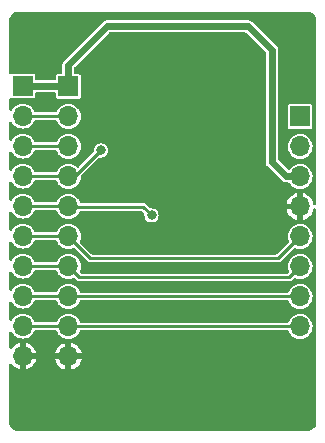
<source format=gbl>
G04 #@! TF.GenerationSoftware,KiCad,Pcbnew,8.0.3*
G04 #@! TF.CreationDate,2024-07-18T13:22:42+02:00*
G04 #@! TF.ProjectId,vpp-maker-rev6-ian,7670702d-6d61-46b6-9572-2d726576362d,rev?*
G04 #@! TF.SameCoordinates,Original*
G04 #@! TF.FileFunction,Copper,L2,Bot*
G04 #@! TF.FilePolarity,Positive*
%FSLAX46Y46*%
G04 Gerber Fmt 4.6, Leading zero omitted, Abs format (unit mm)*
G04 Created by KiCad (PCBNEW 8.0.3) date 2024-07-18 13:22:42*
%MOMM*%
%LPD*%
G01*
G04 APERTURE LIST*
G04 #@! TA.AperFunction,ComponentPad*
%ADD10R,1.700000X1.700000*%
G04 #@! TD*
G04 #@! TA.AperFunction,ComponentPad*
%ADD11O,1.700000X1.700000*%
G04 #@! TD*
G04 #@! TA.AperFunction,ViaPad*
%ADD12C,0.800000*%
G04 #@! TD*
G04 #@! TA.AperFunction,Conductor*
%ADD13C,0.609600*%
G04 #@! TD*
G04 #@! TA.AperFunction,Conductor*
%ADD14C,0.250000*%
G04 #@! TD*
G04 APERTURE END LIST*
D10*
X138400000Y-75550000D03*
D11*
X138400000Y-78090000D03*
X138400000Y-80630000D03*
X138400000Y-83170000D03*
X138400000Y-85710000D03*
X138400000Y-88250000D03*
X138400000Y-90790000D03*
X138400000Y-93330000D03*
X138400000Y-95870000D03*
X138400000Y-98410000D03*
D10*
X142250000Y-75575000D03*
D11*
X142250000Y-78115000D03*
X142250000Y-80655000D03*
X142250000Y-83195000D03*
X142250000Y-85735000D03*
X142250000Y-88275000D03*
X142250000Y-90815000D03*
X142250000Y-93355000D03*
X142250000Y-95895000D03*
X142250000Y-98435000D03*
D10*
X161875000Y-78125000D03*
D11*
X161875000Y-80665000D03*
X161875000Y-83205000D03*
X161875000Y-85745000D03*
X161875000Y-88285000D03*
X161875000Y-90825000D03*
X161875000Y-93365000D03*
X161875000Y-95905000D03*
D12*
X158000000Y-85000000D03*
X147802879Y-89107323D03*
X158000000Y-87500000D03*
X142500000Y-100500000D03*
X144500000Y-92500000D03*
X148487999Y-98378086D03*
X144500000Y-85000000D03*
X145000000Y-83500000D03*
X155000000Y-76500000D03*
X147211033Y-82234280D03*
X155000000Y-85000000D03*
X139750000Y-102750000D03*
X157852521Y-98206260D03*
X157809565Y-96874608D03*
X138500000Y-100500000D03*
X160500000Y-102000000D03*
X156048347Y-96831652D03*
X155000000Y-82000000D03*
X145000000Y-87500000D03*
X144500000Y-98500000D03*
X150652734Y-98427246D03*
X146500000Y-72000000D03*
X143589797Y-78970067D03*
X151500000Y-92500000D03*
X146000000Y-83500000D03*
X144500000Y-94750000D03*
X147149276Y-79643619D03*
X158000000Y-82000000D03*
X147257739Y-85041391D03*
X155000000Y-87500000D03*
X144500000Y-89000000D03*
X145779149Y-89088231D03*
X149300000Y-86500000D03*
X145000000Y-81000000D03*
D13*
X142225000Y-75550000D02*
X142250000Y-75575000D01*
X159500000Y-82000000D02*
X160705000Y-83205000D01*
X142250000Y-73750000D02*
X145500000Y-70500000D01*
X159500000Y-72500000D02*
X159500000Y-82000000D01*
X157500000Y-70500000D02*
X159500000Y-72500000D01*
X145500000Y-70500000D02*
X157500000Y-70500000D01*
X142250000Y-75575000D02*
X142250000Y-73750000D01*
X138400000Y-75550000D02*
X142225000Y-75550000D01*
X160705000Y-83205000D02*
X161875000Y-83205000D01*
D14*
X160022500Y-90137500D02*
X161875000Y-88285000D01*
X138400000Y-88250000D02*
X142225000Y-88250000D01*
X142250000Y-88275000D02*
X144112500Y-90137500D01*
X144112500Y-90137500D02*
X160022500Y-90137500D01*
X142225000Y-88250000D02*
X142250000Y-88275000D01*
X142250000Y-90815000D02*
X143185000Y-91750000D01*
X160950000Y-91750000D02*
X161875000Y-90825000D01*
X142225000Y-90790000D02*
X142250000Y-90815000D01*
X138400000Y-90790000D02*
X142225000Y-90790000D01*
X143185000Y-91750000D02*
X160950000Y-91750000D01*
X161865000Y-93355000D02*
X161875000Y-93365000D01*
X142225000Y-93330000D02*
X142250000Y-93355000D01*
X142250000Y-93355000D02*
X161865000Y-93355000D01*
X138400000Y-93330000D02*
X142225000Y-93330000D01*
X142250000Y-95895000D02*
X161865000Y-95895000D01*
X142225000Y-95870000D02*
X142250000Y-95895000D01*
X161865000Y-95895000D02*
X161875000Y-95905000D01*
X138400000Y-95870000D02*
X142225000Y-95870000D01*
X142225000Y-80630000D02*
X142250000Y-80655000D01*
X138400000Y-80630000D02*
X142225000Y-80630000D01*
X138400000Y-78090000D02*
X142225000Y-78090000D01*
X142225000Y-78090000D02*
X142250000Y-78115000D01*
X142225000Y-85710000D02*
X142250000Y-85735000D01*
X142281391Y-85766391D02*
X148566391Y-85766391D01*
X138400000Y-85710000D02*
X142225000Y-85710000D01*
X148566391Y-85766391D02*
X149300000Y-86500000D01*
X142250000Y-85735000D02*
X142281391Y-85766391D01*
X142805000Y-83195000D02*
X145000000Y-81000000D01*
X142250000Y-83195000D02*
X142805000Y-83195000D01*
X138400000Y-83170000D02*
X142225000Y-83170000D01*
X142225000Y-83170000D02*
X142250000Y-83195000D01*
G04 #@! TA.AperFunction,Conductor*
G36*
X162506061Y-69251097D02*
G01*
X162516635Y-69252138D01*
X162634069Y-69263704D01*
X162657897Y-69268443D01*
X162775140Y-69304008D01*
X162797589Y-69313308D01*
X162856123Y-69344595D01*
X162905630Y-69371057D01*
X162925840Y-69384561D01*
X163020535Y-69462274D01*
X163037725Y-69479464D01*
X163115438Y-69574159D01*
X163128942Y-69594369D01*
X163186690Y-69702407D01*
X163195993Y-69724865D01*
X163231554Y-69842093D01*
X163236296Y-69865935D01*
X163248903Y-69993938D01*
X163249500Y-70006092D01*
X163249500Y-85484691D01*
X163229815Y-85551730D01*
X163177011Y-85597485D01*
X163107853Y-85607429D01*
X163044297Y-85578404D01*
X163006523Y-85519626D01*
X163006234Y-85518625D01*
X162951941Y-85327803D01*
X162951933Y-85327783D01*
X162856940Y-85137010D01*
X162728499Y-84966928D01*
X162570999Y-84823348D01*
X162570997Y-84823346D01*
X162389798Y-84711153D01*
X162389789Y-84711149D01*
X162191063Y-84634163D01*
X162191058Y-84634162D01*
X162125000Y-84621813D01*
X162125000Y-85311988D01*
X162067993Y-85279075D01*
X161940826Y-85245000D01*
X161809174Y-85245000D01*
X161682007Y-85279075D01*
X161625000Y-85311988D01*
X161625000Y-84621813D01*
X161558941Y-84634162D01*
X161558936Y-84634163D01*
X161360210Y-84711149D01*
X161360201Y-84711153D01*
X161179002Y-84823346D01*
X161179000Y-84823348D01*
X161021500Y-84966928D01*
X160893061Y-85137008D01*
X160798067Y-85327781D01*
X160798062Y-85327794D01*
X160750487Y-85494999D01*
X160750488Y-85495000D01*
X161441988Y-85495000D01*
X161409075Y-85552007D01*
X161375000Y-85679174D01*
X161375000Y-85810826D01*
X161409075Y-85937993D01*
X161441988Y-85995000D01*
X160750488Y-85995000D01*
X160798062Y-86162205D01*
X160798067Y-86162218D01*
X160893061Y-86352991D01*
X161021500Y-86523071D01*
X161179000Y-86666651D01*
X161179002Y-86666653D01*
X161360201Y-86778846D01*
X161360207Y-86778849D01*
X161558941Y-86855838D01*
X161625000Y-86868186D01*
X161625000Y-86178012D01*
X161682007Y-86210925D01*
X161809174Y-86245000D01*
X161940826Y-86245000D01*
X162067993Y-86210925D01*
X162125000Y-86178012D01*
X162125000Y-86868185D01*
X162191058Y-86855838D01*
X162389792Y-86778849D01*
X162389798Y-86778846D01*
X162570997Y-86666653D01*
X162570999Y-86666651D01*
X162728499Y-86523071D01*
X162856940Y-86352989D01*
X162951933Y-86162216D01*
X162951937Y-86162206D01*
X163006233Y-85971374D01*
X163043513Y-85912281D01*
X163106822Y-85882723D01*
X163176062Y-85892085D01*
X163229248Y-85937394D01*
X163249496Y-86004266D01*
X163249500Y-86005308D01*
X163249500Y-103993907D01*
X163248903Y-104006061D01*
X163236296Y-104134064D01*
X163231554Y-104157906D01*
X163195993Y-104275134D01*
X163186690Y-104297592D01*
X163128942Y-104405630D01*
X163115438Y-104425840D01*
X163037725Y-104520535D01*
X163020535Y-104537725D01*
X162925840Y-104615438D01*
X162905630Y-104628942D01*
X162797592Y-104686690D01*
X162775134Y-104695993D01*
X162657906Y-104731554D01*
X162634064Y-104736296D01*
X162506062Y-104748903D01*
X162493908Y-104749500D01*
X138006092Y-104749500D01*
X137993938Y-104748903D01*
X137865935Y-104736296D01*
X137842095Y-104731554D01*
X137724864Y-104695992D01*
X137702407Y-104686690D01*
X137594369Y-104628942D01*
X137574159Y-104615438D01*
X137479464Y-104537725D01*
X137462274Y-104520535D01*
X137384561Y-104425840D01*
X137371057Y-104405630D01*
X137313309Y-104297592D01*
X137304008Y-104275140D01*
X137268443Y-104157897D01*
X137263704Y-104134069D01*
X137251097Y-104006060D01*
X137250500Y-103993907D01*
X137250500Y-99166069D01*
X137270185Y-99099030D01*
X137322989Y-99053275D01*
X137392147Y-99043331D01*
X137455703Y-99072356D01*
X137473454Y-99091342D01*
X137546500Y-99188071D01*
X137704000Y-99331651D01*
X137704002Y-99331653D01*
X137885201Y-99443846D01*
X137885207Y-99443849D01*
X138083941Y-99520838D01*
X138150000Y-99533186D01*
X138150000Y-98843012D01*
X138207007Y-98875925D01*
X138334174Y-98910000D01*
X138465826Y-98910000D01*
X138592993Y-98875925D01*
X138650000Y-98843012D01*
X138650000Y-99533185D01*
X138716058Y-99520838D01*
X138914792Y-99443849D01*
X138914798Y-99443846D01*
X139095997Y-99331653D01*
X139095999Y-99331651D01*
X139253499Y-99188071D01*
X139381938Y-99017991D01*
X139476932Y-98827218D01*
X139476937Y-98827205D01*
X139524512Y-98660000D01*
X138833012Y-98660000D01*
X138865925Y-98602993D01*
X138900000Y-98475826D01*
X138900000Y-98344174D01*
X138865925Y-98217007D01*
X138847445Y-98184999D01*
X141125487Y-98184999D01*
X141125488Y-98185000D01*
X141816988Y-98185000D01*
X141784075Y-98242007D01*
X141750000Y-98369174D01*
X141750000Y-98500826D01*
X141784075Y-98627993D01*
X141816988Y-98685000D01*
X141125488Y-98685000D01*
X141173062Y-98852205D01*
X141173067Y-98852218D01*
X141268061Y-99042991D01*
X141396500Y-99213071D01*
X141554000Y-99356651D01*
X141554002Y-99356653D01*
X141735201Y-99468846D01*
X141735207Y-99468849D01*
X141933941Y-99545838D01*
X142000000Y-99558186D01*
X142000000Y-98868012D01*
X142057007Y-98900925D01*
X142184174Y-98935000D01*
X142315826Y-98935000D01*
X142442993Y-98900925D01*
X142500000Y-98868012D01*
X142500000Y-99558185D01*
X142566058Y-99545838D01*
X142764792Y-99468849D01*
X142764798Y-99468846D01*
X142945997Y-99356653D01*
X142945999Y-99356651D01*
X143103499Y-99213071D01*
X143231938Y-99042991D01*
X143326932Y-98852218D01*
X143326937Y-98852205D01*
X143374512Y-98685000D01*
X142683012Y-98685000D01*
X142715925Y-98627993D01*
X142750000Y-98500826D01*
X142750000Y-98369174D01*
X142715925Y-98242007D01*
X142683012Y-98185000D01*
X143374512Y-98185000D01*
X143374512Y-98184999D01*
X143326937Y-98017794D01*
X143326932Y-98017781D01*
X143231938Y-97827008D01*
X143103499Y-97656928D01*
X142945999Y-97513348D01*
X142945997Y-97513346D01*
X142764798Y-97401153D01*
X142764789Y-97401149D01*
X142566063Y-97324163D01*
X142566058Y-97324162D01*
X142500000Y-97311813D01*
X142500000Y-98001988D01*
X142442993Y-97969075D01*
X142315826Y-97935000D01*
X142184174Y-97935000D01*
X142057007Y-97969075D01*
X142000000Y-98001988D01*
X142000000Y-97311813D01*
X141933941Y-97324162D01*
X141933936Y-97324163D01*
X141735210Y-97401149D01*
X141735201Y-97401153D01*
X141554002Y-97513346D01*
X141554000Y-97513348D01*
X141396500Y-97656928D01*
X141268061Y-97827008D01*
X141173067Y-98017781D01*
X141173062Y-98017794D01*
X141125487Y-98184999D01*
X138847445Y-98184999D01*
X138833012Y-98160000D01*
X139524512Y-98160000D01*
X139524512Y-98159999D01*
X139476937Y-97992794D01*
X139476932Y-97992781D01*
X139381938Y-97802008D01*
X139253499Y-97631928D01*
X139095999Y-97488348D01*
X139095997Y-97488346D01*
X138914798Y-97376153D01*
X138914789Y-97376149D01*
X138716063Y-97299163D01*
X138716058Y-97299162D01*
X138650000Y-97286813D01*
X138650000Y-97976988D01*
X138592993Y-97944075D01*
X138465826Y-97910000D01*
X138334174Y-97910000D01*
X138207007Y-97944075D01*
X138150000Y-97976988D01*
X138150000Y-97286813D01*
X138083941Y-97299162D01*
X138083936Y-97299163D01*
X137885210Y-97376149D01*
X137885201Y-97376153D01*
X137704002Y-97488346D01*
X137704000Y-97488348D01*
X137546500Y-97631928D01*
X137473454Y-97728657D01*
X137417344Y-97770293D01*
X137347632Y-97774984D01*
X137286451Y-97741242D01*
X137253224Y-97679778D01*
X137250500Y-97653930D01*
X137250500Y-96442956D01*
X137270185Y-96375917D01*
X137322989Y-96330162D01*
X137392147Y-96320218D01*
X137455703Y-96349243D01*
X137483856Y-96384500D01*
X137522315Y-96456450D01*
X137551039Y-96491450D01*
X137653589Y-96616410D01*
X137750209Y-96695702D01*
X137813550Y-96747685D01*
X137996046Y-96845232D01*
X138194066Y-96905300D01*
X138194065Y-96905300D01*
X138212529Y-96907118D01*
X138400000Y-96925583D01*
X138605934Y-96905300D01*
X138803954Y-96845232D01*
X138986450Y-96747685D01*
X139146410Y-96616410D01*
X139277685Y-96456450D01*
X139375232Y-96273954D01*
X139375234Y-96273945D01*
X139376021Y-96272049D01*
X139376701Y-96271203D01*
X139378104Y-96268581D01*
X139378601Y-96268846D01*
X139419862Y-96217645D01*
X139486156Y-96195579D01*
X139490583Y-96195500D01*
X141151421Y-96195500D01*
X141218460Y-96215185D01*
X141264215Y-96267989D01*
X141270081Y-96283503D01*
X141274768Y-96298954D01*
X141372315Y-96481450D01*
X141406969Y-96523677D01*
X141503589Y-96641410D01*
X141600209Y-96720702D01*
X141663550Y-96772685D01*
X141846046Y-96870232D01*
X142044066Y-96930300D01*
X142044065Y-96930300D01*
X142062529Y-96932118D01*
X142250000Y-96950583D01*
X142455934Y-96930300D01*
X142653954Y-96870232D01*
X142836450Y-96772685D01*
X142996410Y-96641410D01*
X143127685Y-96481450D01*
X143225232Y-96298954D01*
X143225234Y-96298945D01*
X143226021Y-96297049D01*
X143226701Y-96296203D01*
X143228104Y-96293581D01*
X143228601Y-96293846D01*
X143269862Y-96242645D01*
X143336156Y-96220579D01*
X143340583Y-96220500D01*
X160780971Y-96220500D01*
X160848010Y-96240185D01*
X160893765Y-96292989D01*
X160899630Y-96308500D01*
X160899767Y-96308953D01*
X160911104Y-96330162D01*
X160997315Y-96491450D01*
X160997317Y-96491452D01*
X161128589Y-96651410D01*
X161225209Y-96730702D01*
X161288550Y-96782685D01*
X161471046Y-96880232D01*
X161669066Y-96940300D01*
X161669065Y-96940300D01*
X161687529Y-96942118D01*
X161875000Y-96960583D01*
X162080934Y-96940300D01*
X162278954Y-96880232D01*
X162461450Y-96782685D01*
X162621410Y-96651410D01*
X162752685Y-96491450D01*
X162850232Y-96308954D01*
X162910300Y-96110934D01*
X162930583Y-95905000D01*
X162910300Y-95699066D01*
X162850232Y-95501046D01*
X162752685Y-95318550D01*
X162700702Y-95255209D01*
X162621410Y-95158589D01*
X162461452Y-95027317D01*
X162461453Y-95027317D01*
X162461450Y-95027315D01*
X162278954Y-94929768D01*
X162080934Y-94869700D01*
X162080932Y-94869699D01*
X162080934Y-94869699D01*
X161875000Y-94849417D01*
X161669067Y-94869699D01*
X161471043Y-94929769D01*
X161360898Y-94988643D01*
X161288550Y-95027315D01*
X161288548Y-95027316D01*
X161288547Y-95027317D01*
X161128589Y-95158589D01*
X160997317Y-95318547D01*
X160997315Y-95318550D01*
X160904095Y-95492951D01*
X160898214Y-95503954D01*
X160849251Y-95553798D01*
X160788856Y-95569500D01*
X143340583Y-95569500D01*
X143273544Y-95549815D01*
X143227789Y-95497011D01*
X143226021Y-95492951D01*
X143225233Y-95491051D01*
X143225232Y-95491046D01*
X143127685Y-95308550D01*
X143004617Y-95158590D01*
X142996410Y-95148589D01*
X142878677Y-95051969D01*
X142836450Y-95017315D01*
X142653954Y-94919768D01*
X142455934Y-94859700D01*
X142455932Y-94859699D01*
X142455934Y-94859699D01*
X142250000Y-94839417D01*
X142044067Y-94859699D01*
X141846043Y-94919769D01*
X141735898Y-94978643D01*
X141663550Y-95017315D01*
X141663548Y-95017316D01*
X141663547Y-95017317D01*
X141503589Y-95148589D01*
X141381758Y-95297043D01*
X141372315Y-95308550D01*
X141366970Y-95318550D01*
X141281231Y-95478954D01*
X141232268Y-95528798D01*
X141171873Y-95544500D01*
X139490583Y-95544500D01*
X139423544Y-95524815D01*
X139377789Y-95472011D01*
X139376021Y-95467951D01*
X139375233Y-95466051D01*
X139375232Y-95466046D01*
X139277685Y-95283550D01*
X139166927Y-95148590D01*
X139146410Y-95123589D01*
X138986452Y-94992317D01*
X138986453Y-94992317D01*
X138986450Y-94992315D01*
X138803954Y-94894768D01*
X138605934Y-94834700D01*
X138605932Y-94834699D01*
X138605934Y-94834699D01*
X138400000Y-94814417D01*
X138194067Y-94834699D01*
X137996043Y-94894769D01*
X137930566Y-94929768D01*
X137813550Y-94992315D01*
X137813548Y-94992316D01*
X137813547Y-94992317D01*
X137653589Y-95123589D01*
X137522317Y-95283547D01*
X137483858Y-95355497D01*
X137434895Y-95405341D01*
X137366757Y-95420801D01*
X137301077Y-95396969D01*
X137258709Y-95341410D01*
X137250500Y-95297043D01*
X137250500Y-93902956D01*
X137270185Y-93835917D01*
X137322989Y-93790162D01*
X137392147Y-93780218D01*
X137455703Y-93809243D01*
X137483856Y-93844500D01*
X137522315Y-93916450D01*
X137551039Y-93951450D01*
X137653589Y-94076410D01*
X137750209Y-94155702D01*
X137813550Y-94207685D01*
X137996046Y-94305232D01*
X138194066Y-94365300D01*
X138194065Y-94365300D01*
X138212529Y-94367118D01*
X138400000Y-94385583D01*
X138605934Y-94365300D01*
X138803954Y-94305232D01*
X138986450Y-94207685D01*
X139146410Y-94076410D01*
X139277685Y-93916450D01*
X139375232Y-93733954D01*
X139375234Y-93733945D01*
X139376021Y-93732049D01*
X139376701Y-93731203D01*
X139378104Y-93728581D01*
X139378601Y-93728846D01*
X139419862Y-93677645D01*
X139486156Y-93655579D01*
X139490583Y-93655500D01*
X141151421Y-93655500D01*
X141218460Y-93675185D01*
X141264215Y-93727989D01*
X141270081Y-93743503D01*
X141274768Y-93758954D01*
X141372315Y-93941450D01*
X141406969Y-93983677D01*
X141503589Y-94101410D01*
X141600209Y-94180702D01*
X141663550Y-94232685D01*
X141846046Y-94330232D01*
X142044066Y-94390300D01*
X142044065Y-94390300D01*
X142062529Y-94392118D01*
X142250000Y-94410583D01*
X142455934Y-94390300D01*
X142653954Y-94330232D01*
X142836450Y-94232685D01*
X142996410Y-94101410D01*
X143127685Y-93941450D01*
X143225232Y-93758954D01*
X143225234Y-93758945D01*
X143226021Y-93757049D01*
X143226701Y-93756203D01*
X143228104Y-93753581D01*
X143228601Y-93753846D01*
X143269862Y-93702645D01*
X143336156Y-93680579D01*
X143340583Y-93680500D01*
X160780971Y-93680500D01*
X160848010Y-93700185D01*
X160893765Y-93752989D01*
X160899630Y-93768500D01*
X160899767Y-93768953D01*
X160911104Y-93790162D01*
X160997315Y-93951450D01*
X160997317Y-93951452D01*
X161128589Y-94111410D01*
X161225209Y-94190702D01*
X161288550Y-94242685D01*
X161471046Y-94340232D01*
X161669066Y-94400300D01*
X161669065Y-94400300D01*
X161687529Y-94402118D01*
X161875000Y-94420583D01*
X162080934Y-94400300D01*
X162278954Y-94340232D01*
X162461450Y-94242685D01*
X162621410Y-94111410D01*
X162752685Y-93951450D01*
X162850232Y-93768954D01*
X162910300Y-93570934D01*
X162930583Y-93365000D01*
X162910300Y-93159066D01*
X162850232Y-92961046D01*
X162752685Y-92778550D01*
X162700702Y-92715209D01*
X162621410Y-92618589D01*
X162461452Y-92487317D01*
X162461453Y-92487317D01*
X162461450Y-92487315D01*
X162278954Y-92389768D01*
X162080934Y-92329700D01*
X162080932Y-92329699D01*
X162080934Y-92329699D01*
X161875000Y-92309417D01*
X161669067Y-92329699D01*
X161471043Y-92389769D01*
X161360898Y-92448643D01*
X161288550Y-92487315D01*
X161288548Y-92487316D01*
X161288547Y-92487317D01*
X161128589Y-92618589D01*
X160997317Y-92778547D01*
X160997315Y-92778550D01*
X160904095Y-92952951D01*
X160898214Y-92963954D01*
X160849251Y-93013798D01*
X160788856Y-93029500D01*
X143340583Y-93029500D01*
X143273544Y-93009815D01*
X143227789Y-92957011D01*
X143226021Y-92952951D01*
X143225233Y-92951051D01*
X143225232Y-92951046D01*
X143127685Y-92768550D01*
X143004617Y-92618590D01*
X142996410Y-92608589D01*
X142878677Y-92511969D01*
X142836450Y-92477315D01*
X142653954Y-92379768D01*
X142455934Y-92319700D01*
X142455932Y-92319699D01*
X142455934Y-92319699D01*
X142250000Y-92299417D01*
X142044067Y-92319699D01*
X141846043Y-92379769D01*
X141735898Y-92438643D01*
X141663550Y-92477315D01*
X141663548Y-92477316D01*
X141663547Y-92477317D01*
X141503589Y-92608589D01*
X141381758Y-92757043D01*
X141372315Y-92768550D01*
X141366970Y-92778550D01*
X141281231Y-92938954D01*
X141232268Y-92988798D01*
X141171873Y-93004500D01*
X139490583Y-93004500D01*
X139423544Y-92984815D01*
X139377789Y-92932011D01*
X139376021Y-92927951D01*
X139375233Y-92926051D01*
X139375232Y-92926046D01*
X139277685Y-92743550D01*
X139166927Y-92608590D01*
X139146410Y-92583589D01*
X138986452Y-92452317D01*
X138986453Y-92452317D01*
X138986450Y-92452315D01*
X138803954Y-92354768D01*
X138605934Y-92294700D01*
X138605932Y-92294699D01*
X138605934Y-92294699D01*
X138400000Y-92274417D01*
X138194067Y-92294699D01*
X137996043Y-92354769D01*
X137930566Y-92389768D01*
X137813550Y-92452315D01*
X137813548Y-92452316D01*
X137813547Y-92452317D01*
X137653589Y-92583589D01*
X137522317Y-92743547D01*
X137483858Y-92815497D01*
X137434895Y-92865341D01*
X137366757Y-92880801D01*
X137301077Y-92856969D01*
X137258709Y-92801410D01*
X137250500Y-92757043D01*
X137250500Y-91362956D01*
X137270185Y-91295917D01*
X137322989Y-91250162D01*
X137392147Y-91240218D01*
X137455703Y-91269243D01*
X137483856Y-91304500D01*
X137522315Y-91376450D01*
X137551039Y-91411450D01*
X137653589Y-91536410D01*
X137750209Y-91615702D01*
X137813550Y-91667685D01*
X137996046Y-91765232D01*
X138194066Y-91825300D01*
X138194065Y-91825300D01*
X138204432Y-91826321D01*
X138400000Y-91845583D01*
X138605934Y-91825300D01*
X138803954Y-91765232D01*
X138986450Y-91667685D01*
X139146410Y-91536410D01*
X139277685Y-91376450D01*
X139375232Y-91193954D01*
X139375234Y-91193945D01*
X139376021Y-91192049D01*
X139376701Y-91191203D01*
X139378104Y-91188581D01*
X139378601Y-91188846D01*
X139419862Y-91137645D01*
X139486156Y-91115579D01*
X139490583Y-91115500D01*
X141151421Y-91115500D01*
X141218460Y-91135185D01*
X141264215Y-91187989D01*
X141270081Y-91203503D01*
X141274768Y-91218954D01*
X141372315Y-91401450D01*
X141388906Y-91421666D01*
X141503589Y-91561410D01*
X141600209Y-91640702D01*
X141663550Y-91692685D01*
X141846046Y-91790232D01*
X142044066Y-91850300D01*
X142044065Y-91850300D01*
X142062529Y-91852118D01*
X142250000Y-91870583D01*
X142455934Y-91850300D01*
X142653954Y-91790232D01*
X142653962Y-91790227D01*
X142655850Y-91789446D01*
X142656924Y-91789330D01*
X142659784Y-91788463D01*
X142659948Y-91789004D01*
X142725318Y-91781970D01*
X142787801Y-91813238D01*
X142790995Y-91816321D01*
X142920194Y-91945520D01*
X142920204Y-91945531D01*
X142924534Y-91949861D01*
X142924535Y-91949862D01*
X142985138Y-92010465D01*
X143022250Y-92031891D01*
X143022252Y-92031893D01*
X143059358Y-92053317D01*
X143059360Y-92053317D01*
X143059361Y-92053318D01*
X143142147Y-92075501D01*
X143142149Y-92075501D01*
X143235449Y-92075501D01*
X143235465Y-92075500D01*
X160992851Y-92075500D01*
X160992853Y-92075500D01*
X161075639Y-92053318D01*
X161149862Y-92010465D01*
X161334007Y-91826318D01*
X161395326Y-91792836D01*
X161465018Y-91797820D01*
X161469144Y-91799444D01*
X161471041Y-91800230D01*
X161471043Y-91800230D01*
X161471046Y-91800232D01*
X161669066Y-91860300D01*
X161669065Y-91860300D01*
X161687529Y-91862118D01*
X161875000Y-91880583D01*
X162080934Y-91860300D01*
X162278954Y-91800232D01*
X162461450Y-91702685D01*
X162621410Y-91571410D01*
X162752685Y-91411450D01*
X162850232Y-91228954D01*
X162910300Y-91030934D01*
X162930583Y-90825000D01*
X162910300Y-90619066D01*
X162850232Y-90421046D01*
X162752685Y-90238550D01*
X162700702Y-90175209D01*
X162621410Y-90078589D01*
X162461452Y-89947317D01*
X162461453Y-89947317D01*
X162461450Y-89947315D01*
X162278954Y-89849768D01*
X162080934Y-89789700D01*
X162080932Y-89789699D01*
X162080934Y-89789699D01*
X161875000Y-89769417D01*
X161669067Y-89789699D01*
X161471043Y-89849769D01*
X161360898Y-89908643D01*
X161288550Y-89947315D01*
X161288548Y-89947316D01*
X161288547Y-89947317D01*
X161128589Y-90078589D01*
X160997317Y-90238547D01*
X160899769Y-90421043D01*
X160839699Y-90619067D01*
X160819417Y-90825000D01*
X160839699Y-91030932D01*
X160899769Y-91228958D01*
X160900561Y-91230869D01*
X160900677Y-91231949D01*
X160901537Y-91234784D01*
X160900999Y-91234947D01*
X160908024Y-91300339D01*
X160876744Y-91362816D01*
X160873679Y-91365992D01*
X160851493Y-91388179D01*
X160790171Y-91421666D01*
X160763810Y-91424500D01*
X143371188Y-91424500D01*
X143304149Y-91404815D01*
X143283507Y-91388181D01*
X143251321Y-91355995D01*
X143217836Y-91294672D01*
X143222820Y-91224980D01*
X143224446Y-91220850D01*
X143225227Y-91218962D01*
X143225232Y-91218954D01*
X143285300Y-91020934D01*
X143305583Y-90815000D01*
X143285300Y-90609066D01*
X143225232Y-90411046D01*
X143127685Y-90228550D01*
X143004617Y-90078590D01*
X142996410Y-90068589D01*
X142878677Y-89971969D01*
X142836450Y-89937315D01*
X142653954Y-89839768D01*
X142455934Y-89779700D01*
X142455932Y-89779699D01*
X142455934Y-89779699D01*
X142250000Y-89759417D01*
X142044067Y-89779699D01*
X141846043Y-89839769D01*
X141735898Y-89898643D01*
X141663550Y-89937315D01*
X141663548Y-89937316D01*
X141663547Y-89937317D01*
X141503589Y-90068589D01*
X141381758Y-90217043D01*
X141372315Y-90228550D01*
X141366970Y-90238550D01*
X141281231Y-90398954D01*
X141232268Y-90448798D01*
X141171873Y-90464500D01*
X139490583Y-90464500D01*
X139423544Y-90444815D01*
X139377789Y-90392011D01*
X139376021Y-90387951D01*
X139375233Y-90386051D01*
X139375232Y-90386046D01*
X139277685Y-90203550D01*
X139166927Y-90068590D01*
X139146410Y-90043589D01*
X138986452Y-89912317D01*
X138986453Y-89912317D01*
X138986450Y-89912315D01*
X138803954Y-89814768D01*
X138605934Y-89754700D01*
X138605932Y-89754699D01*
X138605934Y-89754699D01*
X138400000Y-89734417D01*
X138194067Y-89754699D01*
X137996043Y-89814769D01*
X137930566Y-89849768D01*
X137813550Y-89912315D01*
X137813548Y-89912316D01*
X137813547Y-89912317D01*
X137653589Y-90043589D01*
X137522317Y-90203547D01*
X137483858Y-90275497D01*
X137434895Y-90325341D01*
X137366757Y-90340801D01*
X137301077Y-90316969D01*
X137258709Y-90261410D01*
X137250500Y-90217043D01*
X137250500Y-88822956D01*
X137270185Y-88755917D01*
X137322989Y-88710162D01*
X137392147Y-88700218D01*
X137455703Y-88729243D01*
X137483856Y-88764500D01*
X137522315Y-88836450D01*
X137551039Y-88871450D01*
X137653589Y-88996410D01*
X137750209Y-89075702D01*
X137813550Y-89127685D01*
X137996046Y-89225232D01*
X138194066Y-89285300D01*
X138194065Y-89285300D01*
X138204432Y-89286321D01*
X138400000Y-89305583D01*
X138605934Y-89285300D01*
X138803954Y-89225232D01*
X138986450Y-89127685D01*
X139146410Y-88996410D01*
X139277685Y-88836450D01*
X139375232Y-88653954D01*
X139375234Y-88653945D01*
X139376021Y-88652049D01*
X139376701Y-88651203D01*
X139378104Y-88648581D01*
X139378601Y-88648846D01*
X139419862Y-88597645D01*
X139486156Y-88575579D01*
X139490583Y-88575500D01*
X141151421Y-88575500D01*
X141218460Y-88595185D01*
X141264215Y-88647989D01*
X141270081Y-88663503D01*
X141274768Y-88678954D01*
X141372315Y-88861450D01*
X141406969Y-88903677D01*
X141503589Y-89021410D01*
X141600209Y-89100702D01*
X141663550Y-89152685D01*
X141846046Y-89250232D01*
X142044066Y-89310300D01*
X142044065Y-89310300D01*
X142062529Y-89312118D01*
X142250000Y-89330583D01*
X142455934Y-89310300D01*
X142653954Y-89250232D01*
X142653969Y-89250223D01*
X142655843Y-89249448D01*
X142656918Y-89249332D01*
X142659784Y-89248463D01*
X142659948Y-89249005D01*
X142725311Y-89241969D01*
X142787795Y-89273234D01*
X142790994Y-89276321D01*
X143847694Y-90333020D01*
X143847704Y-90333031D01*
X143852034Y-90337361D01*
X143852035Y-90337362D01*
X143912638Y-90397965D01*
X143935295Y-90411046D01*
X143986861Y-90440818D01*
X144069647Y-90463001D01*
X144069649Y-90463001D01*
X144162949Y-90463001D01*
X144162965Y-90463000D01*
X160065351Y-90463000D01*
X160065353Y-90463000D01*
X160148139Y-90440818D01*
X160222362Y-90397965D01*
X161334006Y-89286319D01*
X161395327Y-89252836D01*
X161465018Y-89257820D01*
X161469144Y-89259444D01*
X161471041Y-89260230D01*
X161471043Y-89260230D01*
X161471046Y-89260232D01*
X161669066Y-89320300D01*
X161669065Y-89320300D01*
X161687529Y-89322118D01*
X161875000Y-89340583D01*
X162080934Y-89320300D01*
X162278954Y-89260232D01*
X162461450Y-89162685D01*
X162621410Y-89031410D01*
X162752685Y-88871450D01*
X162850232Y-88688954D01*
X162910300Y-88490934D01*
X162930583Y-88285000D01*
X162910300Y-88079066D01*
X162850232Y-87881046D01*
X162752685Y-87698550D01*
X162700702Y-87635209D01*
X162621410Y-87538589D01*
X162461452Y-87407317D01*
X162461453Y-87407317D01*
X162461450Y-87407315D01*
X162278954Y-87309768D01*
X162080934Y-87249700D01*
X162080932Y-87249699D01*
X162080934Y-87249699D01*
X161875000Y-87229417D01*
X161669067Y-87249699D01*
X161471043Y-87309769D01*
X161360898Y-87368643D01*
X161288550Y-87407315D01*
X161288548Y-87407316D01*
X161288547Y-87407317D01*
X161128589Y-87538589D01*
X160997317Y-87698547D01*
X160899769Y-87881043D01*
X160839699Y-88079067D01*
X160819417Y-88285000D01*
X160839699Y-88490932D01*
X160899769Y-88688958D01*
X160900561Y-88690869D01*
X160900677Y-88691949D01*
X160901537Y-88694784D01*
X160900999Y-88694947D01*
X160908024Y-88760339D01*
X160876744Y-88822816D01*
X160873677Y-88825994D01*
X159923992Y-89775681D01*
X159862669Y-89809166D01*
X159836311Y-89812000D01*
X144298688Y-89812000D01*
X144231649Y-89792315D01*
X144211007Y-89775681D01*
X143251321Y-88815994D01*
X143217836Y-88754671D01*
X143222820Y-88684979D01*
X143224448Y-88680843D01*
X143225223Y-88678969D01*
X143225232Y-88678954D01*
X143285300Y-88480934D01*
X143305583Y-88275000D01*
X143285300Y-88069066D01*
X143225232Y-87871046D01*
X143127685Y-87688550D01*
X143004617Y-87538590D01*
X142996410Y-87528589D01*
X142878677Y-87431969D01*
X142836450Y-87397315D01*
X142653954Y-87299768D01*
X142455934Y-87239700D01*
X142455932Y-87239699D01*
X142455934Y-87239699D01*
X142250000Y-87219417D01*
X142044067Y-87239699D01*
X141846043Y-87299769D01*
X141735898Y-87358643D01*
X141663550Y-87397315D01*
X141663548Y-87397316D01*
X141663547Y-87397317D01*
X141503589Y-87528589D01*
X141381758Y-87677043D01*
X141372315Y-87688550D01*
X141366970Y-87698550D01*
X141281231Y-87858954D01*
X141232268Y-87908798D01*
X141171873Y-87924500D01*
X139490583Y-87924500D01*
X139423544Y-87904815D01*
X139377789Y-87852011D01*
X139376021Y-87847951D01*
X139375233Y-87846051D01*
X139375232Y-87846046D01*
X139277685Y-87663550D01*
X139166927Y-87528590D01*
X139146410Y-87503589D01*
X138986452Y-87372317D01*
X138986453Y-87372317D01*
X138986450Y-87372315D01*
X138803954Y-87274768D01*
X138605934Y-87214700D01*
X138605932Y-87214699D01*
X138605934Y-87214699D01*
X138400000Y-87194417D01*
X138194067Y-87214699D01*
X137996043Y-87274769D01*
X137930566Y-87309768D01*
X137813550Y-87372315D01*
X137813548Y-87372316D01*
X137813547Y-87372317D01*
X137653589Y-87503589D01*
X137522317Y-87663547D01*
X137483858Y-87735497D01*
X137434895Y-87785341D01*
X137366757Y-87800801D01*
X137301077Y-87776969D01*
X137258709Y-87721410D01*
X137250500Y-87677043D01*
X137250500Y-86282956D01*
X137270185Y-86215917D01*
X137322989Y-86170162D01*
X137392147Y-86160218D01*
X137455703Y-86189243D01*
X137483856Y-86224500D01*
X137522315Y-86296450D01*
X137548465Y-86328314D01*
X137653589Y-86456410D01*
X137706706Y-86500001D01*
X137813550Y-86587685D01*
X137996046Y-86685232D01*
X138194066Y-86745300D01*
X138194065Y-86745300D01*
X138212529Y-86747118D01*
X138400000Y-86765583D01*
X138605934Y-86745300D01*
X138803954Y-86685232D01*
X138986450Y-86587685D01*
X139146410Y-86456410D01*
X139277685Y-86296450D01*
X139375232Y-86113954D01*
X139375234Y-86113945D01*
X139376021Y-86112049D01*
X139376701Y-86111203D01*
X139378104Y-86108581D01*
X139378601Y-86108846D01*
X139419862Y-86057645D01*
X139486156Y-86035579D01*
X139490583Y-86035500D01*
X141151421Y-86035500D01*
X141218460Y-86055185D01*
X141264215Y-86107989D01*
X141270081Y-86123503D01*
X141274768Y-86138954D01*
X141372315Y-86321450D01*
X141372317Y-86321452D01*
X141503589Y-86481410D01*
X141526243Y-86500001D01*
X141663550Y-86612685D01*
X141846046Y-86710232D01*
X142044066Y-86770300D01*
X142044065Y-86770300D01*
X142062529Y-86772118D01*
X142250000Y-86790583D01*
X142455934Y-86770300D01*
X142653954Y-86710232D01*
X142836450Y-86612685D01*
X142996410Y-86481410D01*
X143127685Y-86321450D01*
X143212798Y-86162216D01*
X143215353Y-86157437D01*
X143264316Y-86107593D01*
X143324711Y-86091891D01*
X148380202Y-86091891D01*
X148447241Y-86111576D01*
X148467883Y-86128210D01*
X148667988Y-86328314D01*
X148701473Y-86389637D01*
X148703246Y-86432179D01*
X148694318Y-86499997D01*
X148694318Y-86500001D01*
X148714955Y-86656760D01*
X148714956Y-86656762D01*
X148770386Y-86790583D01*
X148775464Y-86802841D01*
X148871718Y-86928282D01*
X148997159Y-87024536D01*
X149143238Y-87085044D01*
X149221619Y-87095363D01*
X149299999Y-87105682D01*
X149300000Y-87105682D01*
X149300001Y-87105682D01*
X149352254Y-87098802D01*
X149456762Y-87085044D01*
X149602841Y-87024536D01*
X149728282Y-86928282D01*
X149824536Y-86802841D01*
X149885044Y-86656762D01*
X149905682Y-86500000D01*
X149885044Y-86343238D01*
X149824536Y-86197159D01*
X149728282Y-86071718D01*
X149602841Y-85975464D01*
X149456762Y-85914956D01*
X149456760Y-85914955D01*
X149300001Y-85894318D01*
X149299997Y-85894318D01*
X149232179Y-85903246D01*
X149163144Y-85892480D01*
X149128314Y-85867988D01*
X148766255Y-85505928D01*
X148766254Y-85505927D01*
X148766253Y-85505926D01*
X148729141Y-85484499D01*
X148692031Y-85463073D01*
X148650637Y-85451982D01*
X148609244Y-85440891D01*
X148609243Y-85440891D01*
X143350518Y-85440891D01*
X143283479Y-85421206D01*
X143237724Y-85368402D01*
X143231858Y-85352888D01*
X143229435Y-85344901D01*
X143225232Y-85331046D01*
X143127685Y-85148550D01*
X143075702Y-85085209D01*
X142996410Y-84988589D01*
X142836452Y-84857317D01*
X142836453Y-84857317D01*
X142836450Y-84857315D01*
X142653954Y-84759768D01*
X142455934Y-84699700D01*
X142455932Y-84699699D01*
X142455934Y-84699699D01*
X142250000Y-84679417D01*
X142044067Y-84699699D01*
X141846043Y-84759769D01*
X141735898Y-84818643D01*
X141663550Y-84857315D01*
X141663548Y-84857316D01*
X141663547Y-84857317D01*
X141503589Y-84988589D01*
X141372317Y-85148547D01*
X141281231Y-85318954D01*
X141232268Y-85368798D01*
X141171873Y-85384500D01*
X139490583Y-85384500D01*
X139423544Y-85364815D01*
X139377789Y-85312011D01*
X139376021Y-85307951D01*
X139375233Y-85306051D01*
X139375232Y-85306046D01*
X139277685Y-85123550D01*
X139166927Y-84988590D01*
X139146410Y-84963589D01*
X138986452Y-84832317D01*
X138986453Y-84832317D01*
X138986450Y-84832315D01*
X138803954Y-84734768D01*
X138605934Y-84674700D01*
X138605932Y-84674699D01*
X138605934Y-84674699D01*
X138400000Y-84654417D01*
X138194067Y-84674699D01*
X137996043Y-84734769D01*
X137885898Y-84793643D01*
X137813550Y-84832315D01*
X137813548Y-84832316D01*
X137813547Y-84832317D01*
X137653589Y-84963589D01*
X137522317Y-85123547D01*
X137522315Y-85123550D01*
X137515103Y-85137043D01*
X137483858Y-85195497D01*
X137434895Y-85245341D01*
X137366757Y-85260801D01*
X137301077Y-85236969D01*
X137258709Y-85181410D01*
X137250500Y-85137043D01*
X137250500Y-83742956D01*
X137270185Y-83675917D01*
X137322989Y-83630162D01*
X137392147Y-83620218D01*
X137455703Y-83649243D01*
X137483856Y-83684500D01*
X137522315Y-83756450D01*
X137551039Y-83791450D01*
X137653589Y-83916410D01*
X137750209Y-83995702D01*
X137813550Y-84047685D01*
X137996046Y-84145232D01*
X138194066Y-84205300D01*
X138194065Y-84205300D01*
X138212529Y-84207118D01*
X138400000Y-84225583D01*
X138605934Y-84205300D01*
X138803954Y-84145232D01*
X138986450Y-84047685D01*
X139146410Y-83916410D01*
X139277685Y-83756450D01*
X139375232Y-83573954D01*
X139375234Y-83573945D01*
X139376021Y-83572049D01*
X139376701Y-83571203D01*
X139378104Y-83568581D01*
X139378601Y-83568846D01*
X139419862Y-83517645D01*
X139486156Y-83495579D01*
X139490583Y-83495500D01*
X141151421Y-83495500D01*
X141218460Y-83515185D01*
X141264215Y-83567989D01*
X141270081Y-83583503D01*
X141274768Y-83598954D01*
X141372315Y-83781450D01*
X141406969Y-83823677D01*
X141503589Y-83941410D01*
X141600209Y-84020702D01*
X141663550Y-84072685D01*
X141846046Y-84170232D01*
X142044066Y-84230300D01*
X142044065Y-84230300D01*
X142062529Y-84232118D01*
X142250000Y-84250583D01*
X142455934Y-84230300D01*
X142653954Y-84170232D01*
X142836450Y-84072685D01*
X142996410Y-83941410D01*
X143127685Y-83781450D01*
X143225232Y-83598954D01*
X143285300Y-83400934D01*
X143305583Y-83195000D01*
X143305582Y-83194997D01*
X143305632Y-83194498D01*
X143331793Y-83129711D01*
X143341346Y-83118979D01*
X144828315Y-81632009D01*
X144889636Y-81598526D01*
X144932180Y-81596753D01*
X144999999Y-81605682D01*
X145000000Y-81605682D01*
X145000001Y-81605682D01*
X145052254Y-81598802D01*
X145156762Y-81585044D01*
X145302841Y-81524536D01*
X145428282Y-81428282D01*
X145524536Y-81302841D01*
X145585044Y-81156762D01*
X145605682Y-81000000D01*
X145599823Y-80955500D01*
X145585044Y-80843239D01*
X145585044Y-80843238D01*
X145524536Y-80697159D01*
X145428282Y-80571718D01*
X145302841Y-80475464D01*
X145263255Y-80459067D01*
X145156762Y-80414956D01*
X145156760Y-80414955D01*
X145000001Y-80394318D01*
X144999999Y-80394318D01*
X144843239Y-80414955D01*
X144843237Y-80414956D01*
X144697160Y-80475463D01*
X144571718Y-80571718D01*
X144475463Y-80697160D01*
X144414956Y-80843237D01*
X144414955Y-80843239D01*
X144394318Y-80999998D01*
X144394318Y-81000001D01*
X144403246Y-81067818D01*
X144392480Y-81136853D01*
X144367988Y-81171684D01*
X143127877Y-82411794D01*
X143066554Y-82445279D01*
X142996862Y-82440295D01*
X142961531Y-82419966D01*
X142951573Y-82411794D01*
X142848638Y-82327317D01*
X142836453Y-82317317D01*
X142836451Y-82317316D01*
X142836450Y-82317315D01*
X142653954Y-82219768D01*
X142455934Y-82159700D01*
X142455932Y-82159699D01*
X142455934Y-82159699D01*
X142250000Y-82139417D01*
X142044067Y-82159699D01*
X141846043Y-82219769D01*
X141735898Y-82278643D01*
X141663550Y-82317315D01*
X141663548Y-82317316D01*
X141663547Y-82317317D01*
X141503589Y-82448589D01*
X141381758Y-82597043D01*
X141372315Y-82608550D01*
X141347221Y-82655497D01*
X141281231Y-82778954D01*
X141232268Y-82828798D01*
X141171873Y-82844500D01*
X139490583Y-82844500D01*
X139423544Y-82824815D01*
X139377789Y-82772011D01*
X139376021Y-82767951D01*
X139375233Y-82766051D01*
X139375232Y-82766046D01*
X139277685Y-82583550D01*
X139166927Y-82448590D01*
X139146410Y-82423589D01*
X139016913Y-82317315D01*
X138986450Y-82292315D01*
X138803954Y-82194768D01*
X138605934Y-82134700D01*
X138605932Y-82134699D01*
X138605934Y-82134699D01*
X138400000Y-82114417D01*
X138194067Y-82134699D01*
X137996043Y-82194769D01*
X137930566Y-82229768D01*
X137813550Y-82292315D01*
X137813548Y-82292316D01*
X137813547Y-82292317D01*
X137653589Y-82423589D01*
X137522317Y-82583547D01*
X137483858Y-82655497D01*
X137434895Y-82705341D01*
X137366757Y-82720801D01*
X137301077Y-82696969D01*
X137258709Y-82641410D01*
X137250500Y-82597043D01*
X137250500Y-81202956D01*
X137270185Y-81135917D01*
X137322989Y-81090162D01*
X137392147Y-81080218D01*
X137455703Y-81109243D01*
X137483856Y-81144500D01*
X137522315Y-81216450D01*
X137551039Y-81251450D01*
X137653589Y-81376410D01*
X137750209Y-81455702D01*
X137813550Y-81507685D01*
X137996046Y-81605232D01*
X138194066Y-81665300D01*
X138194065Y-81665300D01*
X138212529Y-81667118D01*
X138400000Y-81685583D01*
X138605934Y-81665300D01*
X138803954Y-81605232D01*
X138986450Y-81507685D01*
X139146410Y-81376410D01*
X139277685Y-81216450D01*
X139375232Y-81033954D01*
X139375234Y-81033945D01*
X139376021Y-81032049D01*
X139376701Y-81031203D01*
X139378104Y-81028581D01*
X139378601Y-81028846D01*
X139419862Y-80977645D01*
X139486156Y-80955579D01*
X139490583Y-80955500D01*
X141151421Y-80955500D01*
X141218460Y-80975185D01*
X141264215Y-81027989D01*
X141270081Y-81043503D01*
X141274768Y-81058954D01*
X141372315Y-81241450D01*
X141406969Y-81283677D01*
X141503589Y-81401410D01*
X141600209Y-81480702D01*
X141663550Y-81532685D01*
X141846046Y-81630232D01*
X142044066Y-81690300D01*
X142044065Y-81690300D01*
X142062529Y-81692118D01*
X142250000Y-81710583D01*
X142455934Y-81690300D01*
X142653954Y-81630232D01*
X142836450Y-81532685D01*
X142996410Y-81401410D01*
X143127685Y-81241450D01*
X143225232Y-81058954D01*
X143285300Y-80860934D01*
X143305583Y-80655000D01*
X143285300Y-80449066D01*
X143225232Y-80251046D01*
X143127685Y-80068550D01*
X143004617Y-79918590D01*
X142996410Y-79908589D01*
X142878677Y-79811969D01*
X142836450Y-79777315D01*
X142653954Y-79679768D01*
X142455934Y-79619700D01*
X142455932Y-79619699D01*
X142455934Y-79619699D01*
X142250000Y-79599417D01*
X142044067Y-79619699D01*
X141846043Y-79679769D01*
X141735898Y-79738643D01*
X141663550Y-79777315D01*
X141663548Y-79777316D01*
X141663547Y-79777317D01*
X141503589Y-79908589D01*
X141381758Y-80057043D01*
X141372315Y-80068550D01*
X141366970Y-80078550D01*
X141281231Y-80238954D01*
X141232268Y-80288798D01*
X141171873Y-80304500D01*
X139490583Y-80304500D01*
X139423544Y-80284815D01*
X139377789Y-80232011D01*
X139376021Y-80227951D01*
X139375233Y-80226051D01*
X139375232Y-80226046D01*
X139277685Y-80043550D01*
X139166927Y-79908590D01*
X139146410Y-79883589D01*
X138986452Y-79752317D01*
X138986453Y-79752317D01*
X138986450Y-79752315D01*
X138803954Y-79654768D01*
X138605934Y-79594700D01*
X138605932Y-79594699D01*
X138605934Y-79594699D01*
X138400000Y-79574417D01*
X138194067Y-79594699D01*
X137996043Y-79654769D01*
X137930566Y-79689768D01*
X137813550Y-79752315D01*
X137813548Y-79752316D01*
X137813547Y-79752317D01*
X137653589Y-79883589D01*
X137522317Y-80043547D01*
X137483858Y-80115497D01*
X137434895Y-80165341D01*
X137366757Y-80180801D01*
X137301077Y-80156969D01*
X137258709Y-80101410D01*
X137250500Y-80057043D01*
X137250500Y-78662956D01*
X137270185Y-78595917D01*
X137322989Y-78550162D01*
X137392147Y-78540218D01*
X137455703Y-78569243D01*
X137483856Y-78604500D01*
X137522315Y-78676450D01*
X137556969Y-78718677D01*
X137653589Y-78836410D01*
X137750209Y-78915702D01*
X137813550Y-78967685D01*
X137996046Y-79065232D01*
X138194066Y-79125300D01*
X138194065Y-79125300D01*
X138212529Y-79127118D01*
X138400000Y-79145583D01*
X138605934Y-79125300D01*
X138803954Y-79065232D01*
X138986450Y-78967685D01*
X139146410Y-78836410D01*
X139277685Y-78676450D01*
X139375232Y-78493954D01*
X139375234Y-78493945D01*
X139376021Y-78492049D01*
X139376701Y-78491203D01*
X139378104Y-78488581D01*
X139378601Y-78488846D01*
X139419862Y-78437645D01*
X139486156Y-78415579D01*
X139490583Y-78415500D01*
X141151421Y-78415500D01*
X141218460Y-78435185D01*
X141264215Y-78487989D01*
X141270081Y-78503503D01*
X141274768Y-78518954D01*
X141372315Y-78701450D01*
X141372317Y-78701452D01*
X141503589Y-78861410D01*
X141600209Y-78940702D01*
X141663550Y-78992685D01*
X141846046Y-79090232D01*
X142044066Y-79150300D01*
X142044065Y-79150300D01*
X142062529Y-79152118D01*
X142250000Y-79170583D01*
X142455934Y-79150300D01*
X142653954Y-79090232D01*
X142836450Y-78992685D01*
X142996410Y-78861410D01*
X143127685Y-78701450D01*
X143225232Y-78518954D01*
X143285300Y-78320934D01*
X143305583Y-78115000D01*
X143285300Y-77909066D01*
X143225232Y-77711046D01*
X143127685Y-77528550D01*
X143075702Y-77465209D01*
X142996410Y-77368589D01*
X142836452Y-77237317D01*
X142836453Y-77237317D01*
X142836450Y-77237315D01*
X142653954Y-77139768D01*
X142455934Y-77079700D01*
X142455932Y-77079699D01*
X142455934Y-77079699D01*
X142250000Y-77059417D01*
X142044067Y-77079699D01*
X141846043Y-77139769D01*
X141739406Y-77196769D01*
X141663550Y-77237315D01*
X141663548Y-77237316D01*
X141663547Y-77237317D01*
X141503589Y-77368589D01*
X141372317Y-77528547D01*
X141281231Y-77698954D01*
X141232268Y-77748798D01*
X141171873Y-77764500D01*
X139490583Y-77764500D01*
X139423544Y-77744815D01*
X139377789Y-77692011D01*
X139376021Y-77687951D01*
X139375233Y-77686051D01*
X139375232Y-77686046D01*
X139277685Y-77503550D01*
X139166927Y-77368590D01*
X139146410Y-77343589D01*
X138986452Y-77212317D01*
X138986453Y-77212317D01*
X138986450Y-77212315D01*
X138803954Y-77114768D01*
X138605934Y-77054700D01*
X138605932Y-77054699D01*
X138605934Y-77054699D01*
X138400000Y-77034417D01*
X138194067Y-77054699D01*
X137996043Y-77114769D01*
X137885898Y-77173643D01*
X137813550Y-77212315D01*
X137813548Y-77212316D01*
X137813547Y-77212317D01*
X137653589Y-77343589D01*
X137522317Y-77503547D01*
X137483858Y-77575497D01*
X137434895Y-77625341D01*
X137366757Y-77640801D01*
X137301077Y-77616969D01*
X137258709Y-77561410D01*
X137250500Y-77517043D01*
X137250500Y-76673007D01*
X137270185Y-76605968D01*
X137322989Y-76560213D01*
X137392147Y-76550269D01*
X137443392Y-76569906D01*
X137471768Y-76588867D01*
X137471770Y-76588868D01*
X137530247Y-76600499D01*
X137530250Y-76600500D01*
X137530252Y-76600500D01*
X139269750Y-76600500D01*
X139269751Y-76600499D01*
X139284568Y-76597552D01*
X139328229Y-76588868D01*
X139328229Y-76588867D01*
X139328231Y-76588867D01*
X139394552Y-76544552D01*
X139438867Y-76478231D01*
X139438867Y-76478229D01*
X139438868Y-76478229D01*
X139450499Y-76419752D01*
X139450500Y-76419750D01*
X139450500Y-76179300D01*
X139470185Y-76112261D01*
X139522989Y-76066506D01*
X139574500Y-76055300D01*
X141075500Y-76055300D01*
X141142539Y-76074985D01*
X141188294Y-76127789D01*
X141199500Y-76179300D01*
X141199500Y-76444752D01*
X141211131Y-76503229D01*
X141211132Y-76503230D01*
X141255447Y-76569552D01*
X141321769Y-76613867D01*
X141321770Y-76613868D01*
X141380247Y-76625499D01*
X141380250Y-76625500D01*
X141380252Y-76625500D01*
X143119750Y-76625500D01*
X143119751Y-76625499D01*
X143134568Y-76622552D01*
X143178229Y-76613868D01*
X143178229Y-76613867D01*
X143178231Y-76613867D01*
X143244552Y-76569552D01*
X143288867Y-76503231D01*
X143288867Y-76503229D01*
X143288868Y-76503229D01*
X143300499Y-76444752D01*
X143300500Y-76444750D01*
X143300500Y-74705249D01*
X143300499Y-74705247D01*
X143288868Y-74646770D01*
X143288867Y-74646769D01*
X143244552Y-74580447D01*
X143178230Y-74536132D01*
X143178229Y-74536131D01*
X143119752Y-74524500D01*
X143119748Y-74524500D01*
X142879300Y-74524500D01*
X142812261Y-74504815D01*
X142766506Y-74452011D01*
X142755300Y-74400500D01*
X142755300Y-74010664D01*
X142774985Y-73943625D01*
X142791619Y-73922983D01*
X145672984Y-71041619D01*
X145734307Y-71008134D01*
X145760665Y-71005300D01*
X157239336Y-71005300D01*
X157306375Y-71024985D01*
X157327017Y-71041619D01*
X158958381Y-72672983D01*
X158991866Y-72734306D01*
X158994700Y-72760664D01*
X158994700Y-82066524D01*
X159014232Y-82139417D01*
X159014231Y-82139417D01*
X159029134Y-82195033D01*
X159029136Y-82195038D01*
X159095659Y-82310261D01*
X160394738Y-83609340D01*
X160509961Y-83675864D01*
X160528066Y-83680715D01*
X160537118Y-83683141D01*
X160537119Y-83683141D01*
X160638476Y-83710300D01*
X160879617Y-83710300D01*
X160946656Y-83729985D01*
X160988973Y-83775844D01*
X160997315Y-83791450D01*
X160997317Y-83791452D01*
X161128589Y-83951410D01*
X161225209Y-84030702D01*
X161288550Y-84082685D01*
X161471046Y-84180232D01*
X161669066Y-84240300D01*
X161669065Y-84240300D01*
X161687529Y-84242118D01*
X161875000Y-84260583D01*
X162080934Y-84240300D01*
X162278954Y-84180232D01*
X162461450Y-84082685D01*
X162621410Y-83951410D01*
X162752685Y-83791450D01*
X162850232Y-83608954D01*
X162910300Y-83410934D01*
X162930583Y-83205000D01*
X162910300Y-82999066D01*
X162850232Y-82801046D01*
X162752685Y-82618550D01*
X162655877Y-82500588D01*
X162621410Y-82458589D01*
X162461452Y-82327317D01*
X162461453Y-82327317D01*
X162461450Y-82327315D01*
X162278954Y-82229768D01*
X162080934Y-82169700D01*
X162080932Y-82169699D01*
X162080934Y-82169699D01*
X161875000Y-82149417D01*
X161669067Y-82169699D01*
X161471043Y-82229769D01*
X161360898Y-82288643D01*
X161288550Y-82327315D01*
X161288548Y-82327316D01*
X161288547Y-82327317D01*
X161128589Y-82458590D01*
X161010110Y-82602958D01*
X160952365Y-82642292D01*
X160882520Y-82644163D01*
X160826576Y-82611974D01*
X160041619Y-81827017D01*
X160008134Y-81765694D01*
X160005300Y-81739336D01*
X160005300Y-80665000D01*
X160819417Y-80665000D01*
X160839699Y-80870932D01*
X160865376Y-80955579D01*
X160899768Y-81068954D01*
X160997315Y-81251450D01*
X160997317Y-81251452D01*
X161128589Y-81411410D01*
X161225209Y-81490702D01*
X161288550Y-81542685D01*
X161471046Y-81640232D01*
X161669066Y-81700300D01*
X161669065Y-81700300D01*
X161687529Y-81702118D01*
X161875000Y-81720583D01*
X162080934Y-81700300D01*
X162278954Y-81640232D01*
X162461450Y-81542685D01*
X162621410Y-81411410D01*
X162752685Y-81251450D01*
X162850232Y-81068954D01*
X162910300Y-80870934D01*
X162930583Y-80665000D01*
X162910300Y-80459066D01*
X162850232Y-80261046D01*
X162752685Y-80078550D01*
X162700702Y-80015209D01*
X162621410Y-79918589D01*
X162461452Y-79787317D01*
X162461453Y-79787317D01*
X162461450Y-79787315D01*
X162278954Y-79689768D01*
X162080934Y-79629700D01*
X162080932Y-79629699D01*
X162080934Y-79629699D01*
X161875000Y-79609417D01*
X161669067Y-79629699D01*
X161471043Y-79689769D01*
X161360898Y-79748643D01*
X161288550Y-79787315D01*
X161288548Y-79787316D01*
X161288547Y-79787317D01*
X161128589Y-79918589D01*
X160997317Y-80078547D01*
X160899769Y-80261043D01*
X160839699Y-80459067D01*
X160819417Y-80665000D01*
X160005300Y-80665000D01*
X160005300Y-77255247D01*
X160824500Y-77255247D01*
X160824500Y-78994752D01*
X160836131Y-79053229D01*
X160836132Y-79053230D01*
X160880447Y-79119552D01*
X160946769Y-79163867D01*
X160946770Y-79163868D01*
X161005247Y-79175499D01*
X161005250Y-79175500D01*
X161005252Y-79175500D01*
X162744750Y-79175500D01*
X162744751Y-79175499D01*
X162759568Y-79172552D01*
X162803229Y-79163868D01*
X162803229Y-79163867D01*
X162803231Y-79163867D01*
X162869552Y-79119552D01*
X162913867Y-79053231D01*
X162913867Y-79053229D01*
X162913868Y-79053229D01*
X162925499Y-78994752D01*
X162925500Y-78994750D01*
X162925500Y-77255249D01*
X162925499Y-77255247D01*
X162913868Y-77196770D01*
X162913867Y-77196769D01*
X162869552Y-77130447D01*
X162803230Y-77086132D01*
X162803229Y-77086131D01*
X162744752Y-77074500D01*
X162744748Y-77074500D01*
X161005252Y-77074500D01*
X161005247Y-77074500D01*
X160946770Y-77086131D01*
X160946769Y-77086132D01*
X160880447Y-77130447D01*
X160836132Y-77196769D01*
X160836131Y-77196770D01*
X160824500Y-77255247D01*
X160005300Y-77255247D01*
X160005300Y-72433477D01*
X159970864Y-72304962D01*
X159970864Y-72304960D01*
X159970863Y-72304958D01*
X159904345Y-72189744D01*
X159904339Y-72189736D01*
X157810262Y-70095660D01*
X157810261Y-70095659D01*
X157695038Y-70029136D01*
X157695039Y-70029136D01*
X157652200Y-70017657D01*
X157566524Y-69994700D01*
X145433476Y-69994700D01*
X145347800Y-70017657D01*
X145304961Y-70029136D01*
X145189738Y-70095658D01*
X145189736Y-70095660D01*
X141845660Y-73439737D01*
X141845658Y-73439740D01*
X141779136Y-73554961D01*
X141744700Y-73683477D01*
X141744700Y-74400500D01*
X141725015Y-74467539D01*
X141672211Y-74513294D01*
X141620700Y-74524500D01*
X141380247Y-74524500D01*
X141321770Y-74536131D01*
X141321769Y-74536132D01*
X141255447Y-74580447D01*
X141211132Y-74646769D01*
X141211131Y-74646770D01*
X141199500Y-74705247D01*
X141199500Y-74920700D01*
X141179815Y-74987739D01*
X141127011Y-75033494D01*
X141075500Y-75044700D01*
X139574500Y-75044700D01*
X139507461Y-75025015D01*
X139461706Y-74972211D01*
X139450500Y-74920700D01*
X139450500Y-74680249D01*
X139450499Y-74680247D01*
X139438868Y-74621770D01*
X139438867Y-74621769D01*
X139394552Y-74555447D01*
X139328230Y-74511132D01*
X139328229Y-74511131D01*
X139269752Y-74499500D01*
X139269748Y-74499500D01*
X137530252Y-74499500D01*
X137530247Y-74499500D01*
X137471770Y-74511131D01*
X137471770Y-74511132D01*
X137443390Y-74530095D01*
X137376713Y-74550972D01*
X137309333Y-74532487D01*
X137262643Y-74480508D01*
X137250500Y-74426992D01*
X137250500Y-70006092D01*
X137251097Y-69993939D01*
X137255407Y-69950172D01*
X137263704Y-69865928D01*
X137268442Y-69842104D01*
X137304010Y-69724855D01*
X137313306Y-69702413D01*
X137371061Y-69594363D01*
X137384556Y-69574165D01*
X137462279Y-69479458D01*
X137479458Y-69462279D01*
X137574165Y-69384556D01*
X137594363Y-69371061D01*
X137702413Y-69313306D01*
X137724855Y-69304010D01*
X137842104Y-69268442D01*
X137865928Y-69263704D01*
X137984614Y-69252015D01*
X137993939Y-69251097D01*
X138006092Y-69250500D01*
X138044170Y-69250500D01*
X162455830Y-69250500D01*
X162493908Y-69250500D01*
X162506061Y-69251097D01*
G37*
G04 #@! TD.AperFunction*
M02*

</source>
